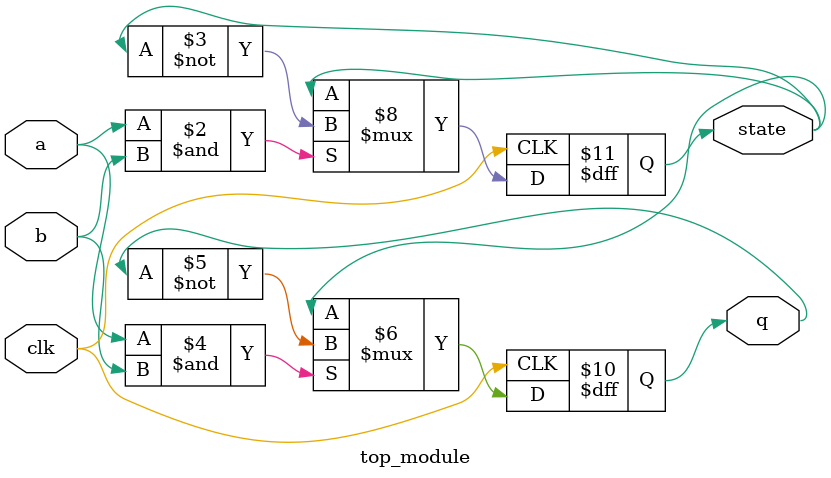
<source format=sv>
module top_module (
    input clk,
    input a,
    input b,
    output reg q,
    output reg state
);

    always @(posedge clk) begin
        // Update state based on inputs a and b
        if (a & b) begin
            state <= ~state;
        end else begin
            state <= state;
        end
        
        // Output q is same as state or based on condition
        q <= (a & b) ? ~q : state;
    end

endmodule

</source>
